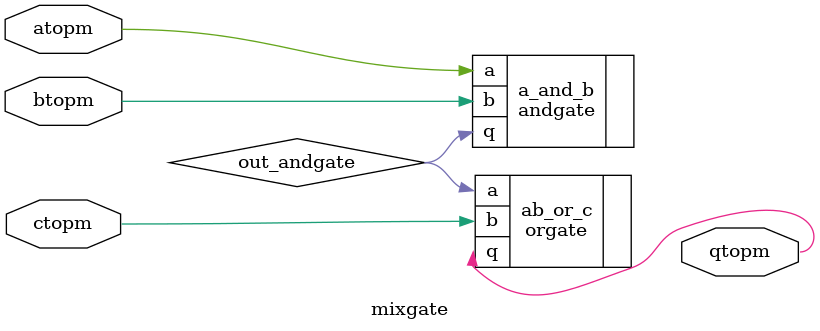
<source format=v>
`timescale 1ns / 1ps
module mixgate(input atopm, input btopm, input ctopm, output qtopm);

wire out_andgate;	// İki ayrı modülü birbirine bağlamak için wire kullanıyoruz.

andgate	a_and_b(.a(atopm), .b(btopm), .q(out_andgate));	// atopm (a top modül) girişi ile btopm (b top modül) girişini and işlemine tabi tutuyoruz.

orgate	ab_or_c(.a(out_andgate), .b(ctopm), .q(qtopm));	// a*b den  çıkan sonuç ile ctopm'i veya işlemine tabi tutuyoruz ve sonucu çıkaşa yani qtopm e gönderiyoruz.

endmodule

</source>
